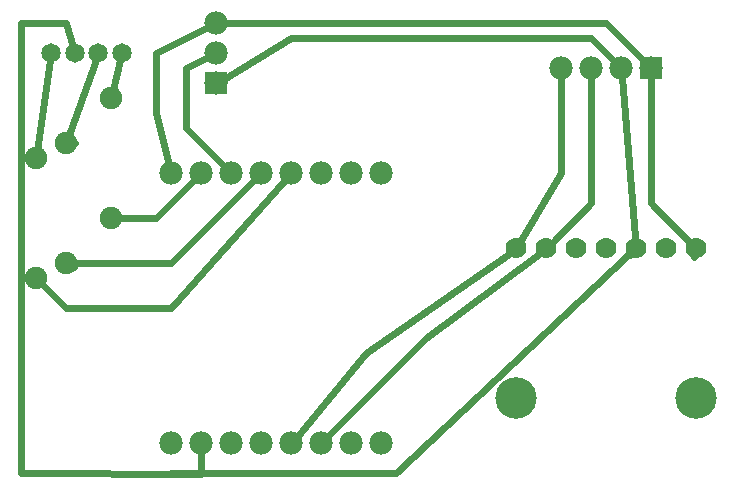
<source format=gbl>
G04 MADE WITH FRITZING*
G04 WWW.FRITZING.ORG*
G04 DOUBLE SIDED*
G04 HOLES PLATED*
G04 CONTOUR ON CENTER OF CONTOUR VECTOR*
%ASAXBY*%
%FSLAX23Y23*%
%MOIN*%
%OFA0B0*%
%SFA1.0B1.0*%
%ADD10C,0.077778*%
%ADD11C,0.138425*%
%ADD12C,0.070000*%
%ADD13C,0.078000*%
%ADD14C,0.065000*%
%ADD15C,0.075000*%
%ADD16R,0.078000X0.078000*%
%ADD17C,0.024000*%
%LNCOPPER0*%
G90*
G70*
G54D10*
X1255Y1061D03*
X1155Y1061D03*
X1055Y1061D03*
X955Y1061D03*
X855Y1061D03*
X755Y1061D03*
X655Y1061D03*
X555Y1061D03*
X555Y161D03*
X655Y161D03*
X755Y161D03*
X855Y161D03*
X955Y161D03*
X1055Y161D03*
X1155Y161D03*
X1255Y161D03*
G54D11*
X2305Y311D03*
G54D12*
X2305Y811D03*
X2205Y811D03*
X2105Y811D03*
X2005Y811D03*
X1905Y811D03*
X1805Y811D03*
X1705Y811D03*
G54D11*
X1705Y311D03*
G54D13*
X705Y1561D03*
X705Y1461D03*
X705Y1361D03*
X2155Y1411D03*
X2055Y1411D03*
X1955Y1411D03*
X1855Y1411D03*
G54D14*
X155Y1461D03*
X234Y1461D03*
X313Y1461D03*
X392Y1461D03*
G54D15*
X355Y911D03*
X355Y1311D03*
X205Y761D03*
X205Y1161D03*
X105Y1111D03*
X105Y711D03*
G54D16*
X705Y1361D03*
X2155Y1411D03*
G54D17*
X2086Y787D02*
X2104Y809D01*
D02*
X2104Y809D02*
X2058Y1381D01*
D02*
X1505Y1561D02*
X1705Y1561D01*
D02*
X735Y1561D02*
X1505Y1561D01*
D02*
X1705Y1561D02*
X2005Y1561D01*
D02*
X2005Y1561D02*
X2134Y1432D01*
D02*
X2305Y809D02*
X2298Y781D01*
D02*
X2155Y960D02*
X2305Y809D01*
D02*
X2155Y1381D02*
X2155Y960D01*
D02*
X1955Y1510D02*
X1756Y1510D01*
D02*
X1756Y1510D02*
X1006Y1510D01*
D02*
X2034Y1432D02*
X1955Y1510D01*
D02*
X1006Y1510D02*
X956Y1512D01*
D02*
X956Y1512D02*
X731Y1376D01*
D02*
X1304Y60D02*
X2083Y790D01*
D02*
X555Y60D02*
X1304Y60D01*
D02*
X655Y59D02*
X555Y60D01*
D02*
X655Y132D02*
X655Y59D01*
D02*
X1405Y511D02*
X1781Y792D01*
D02*
X1076Y181D02*
X1405Y511D01*
D02*
X974Y183D02*
X1204Y460D01*
D02*
X1204Y460D02*
X1680Y793D01*
D02*
X1827Y832D02*
X1956Y960D01*
D02*
X1956Y960D02*
X1955Y1381D01*
D02*
X1721Y837D02*
X1856Y1060D01*
D02*
X1856Y1060D02*
X1855Y1381D01*
D02*
X505Y1261D02*
X505Y1460D01*
D02*
X505Y1460D02*
X678Y1548D01*
D02*
X548Y1089D02*
X505Y1261D01*
D02*
X606Y1410D02*
X679Y1447D01*
D02*
X606Y1261D02*
X606Y1410D01*
D02*
X606Y1211D02*
X606Y1261D01*
D02*
X735Y1081D02*
X606Y1211D01*
D02*
X362Y1339D02*
X386Y1438D01*
D02*
X234Y1161D02*
X206Y1161D01*
D02*
X206Y1161D02*
X305Y1438D01*
D02*
X655Y59D02*
X655Y132D01*
D02*
X56Y60D02*
X655Y59D01*
D02*
X55Y1561D02*
X56Y60D01*
D02*
X206Y1561D02*
X55Y1561D01*
D02*
X228Y1483D02*
X206Y1561D01*
D02*
X106Y1112D02*
X152Y1437D01*
D02*
X118Y1136D02*
X106Y1112D01*
D02*
X555Y612D02*
X406Y612D01*
D02*
X406Y612D02*
X406Y612D01*
D02*
X936Y1039D02*
X555Y612D01*
D02*
X406Y612D02*
X206Y611D01*
D02*
X206Y611D02*
X126Y691D01*
D02*
X231Y748D02*
X206Y760D01*
D02*
X206Y760D02*
X406Y760D01*
D02*
X455Y760D02*
X506Y760D01*
D02*
X406Y760D02*
X455Y760D01*
D02*
X506Y760D02*
X555Y760D01*
D02*
X555Y760D02*
X835Y1040D01*
D02*
X345Y937D02*
X355Y912D01*
D02*
X506Y912D02*
X635Y1040D01*
D02*
X355Y912D02*
X506Y912D01*
G04 End of Copper0*
M02*
</source>
